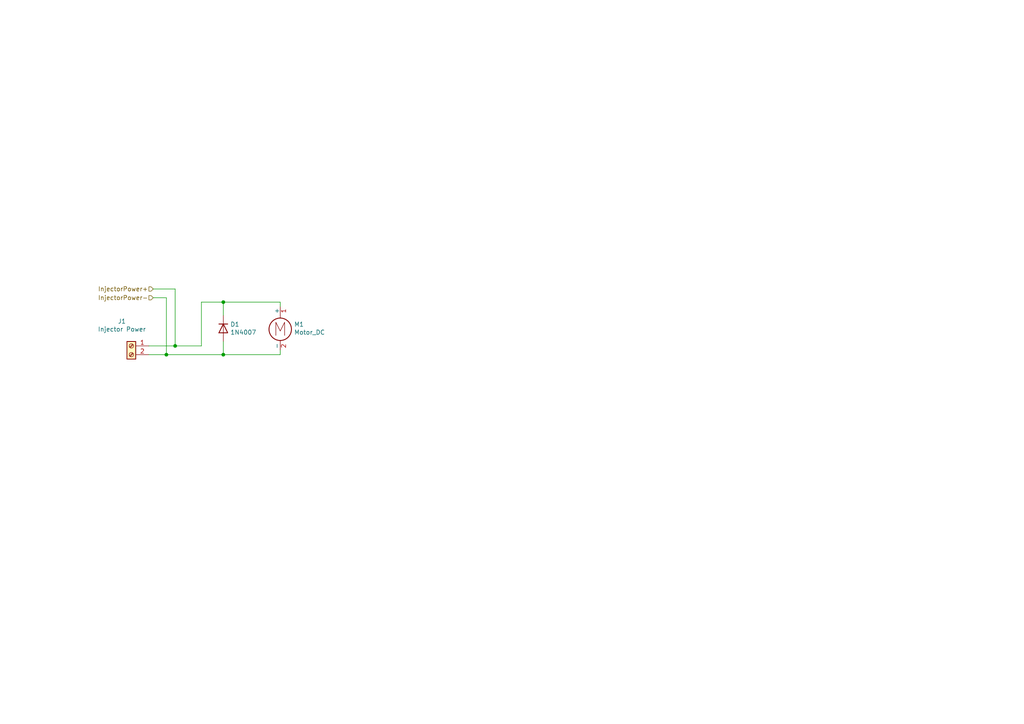
<source format=kicad_sch>
(kicad_sch (version 20211123) (generator eeschema)
  (paper "A4")
  (title_block (title "PropellantInjector") (date "2020-10-24") (rev "1"))
  (lib_symbols
    (symbol "Connector:Screw_Terminal_01x02" (pin_names (offset 1.016) hide)
      (property "Reference" "J" (at 0 2.54 0))
      (property "Value" "Screw_Terminal_01x02" (at 0 -5.08 0))
      (symbol "Screw_Terminal_01x02_1_1"
        (rectangle (start -1.27 1.27) (end 1.27 -3.81) (stroke (width 0.254)) (fill (type background)))
        (circle (center 0 -2.54) (radius 0.635) (stroke (width 0.1524)))
        (polyline (pts (xy -0.5334 -2.2098) (xy 0.3302 -3.048)) (stroke (width 0.1524)))
        (polyline (pts (xy -0.5334 0.3302) (xy 0.3302 -0.508)) (stroke (width 0.1524)))
        (polyline (pts (xy -0.3556 -2.032) (xy 0.508 -2.8702)) (stroke (width 0.1524)))
        (polyline (pts (xy -0.3556 0.508) (xy 0.508 -0.3302)) (stroke (width 0.1524)))
        (circle (center 0 0) (radius 0.635) (stroke (width 0.1524)))
        (pin passive line (at -5.08 0 0) (length 3.81) (name "Pin_1") (number "1"))
        (pin passive line (at -5.08 -2.54 0) (length 3.81) (name "Pin_2") (number "2"))
      )
    )
    (symbol "Diode:1N4007" (pin_numbers hide) (pin_names (offset 1.016) hide)
      (property "Reference" "D" (at 0 2.54 0))
      (property "Value" "1N4007" (at 0 -2.54 0))
      (symbol "1N4007_0_1"
        (polyline (pts (xy -1.27 1.27) (xy -1.27 -1.27)) (stroke (width 0.254)))
        (polyline (pts (xy 1.27 0) (xy -1.27 0)))
        (polyline (pts (xy 1.27 1.27) (xy 1.27 -1.27) (xy -1.27 0) (xy 1.27 1.27)) (stroke (width 0.254)))
      )
      (symbol "1N4007_1_1"
        (pin passive line (at -3.81 0 0) (length 2.54) (name "K") (number "1"))
        (pin passive line (at 3.81 0 180) (length 2.54) (name "A") (number "2"))
      )
    )
    (symbol "Motor:Motor_DC" (pin_names (offset 0))
      (property "Reference" "M" (at 2.54 2.54 0))
      (property "Value" "Motor_DC" (at 2.54 -5.08 0))
      (symbol "Motor_DC_0_0"
        (polyline (pts (xy -1.27 -3.302) (xy -1.27 0.508) (xy 0 -2.032) (xy 1.27 0.508) (xy 1.27 -3.302)))
      )
      (symbol "Motor_DC_0_1"
        (circle (center 0 -1.524) (radius 3.2512) (stroke (width 0.254)))
        (polyline (pts (xy 0 -7.62) (xy 0 -7.112)))
        (polyline (pts (xy 0 -4.7752) (xy 0 -5.1816)))
        (polyline (pts (xy 0 1.7272) (xy 0 2.0828)))
        (polyline (pts (xy 0 2.032) (xy 0 2.54)))
      )
      (symbol "Motor_DC_1_1"
        (pin passive line (at 0 5.08 270) (length 2.54) (name "+") (number "1"))
        (pin passive line (at 0 -7.62 90) (length 2.54) (name "-") (number "2"))
      )
    )
  )
  (junction (at 48.26 102.87))
  (junction (at 50.8 100.33))
  (junction (at 64.77 102.87))
  (junction (at 64.77 87.63))
  (wire (pts (xy 64.77 87.63) (xy 64.77 91.44)))
  (wire (pts (xy 50.8 83.82) (xy 50.8 100.33)))
  (wire (pts (xy 50.8 100.33) (xy 58.42 100.33)))
  (wire (pts (xy 64.77 87.63) (xy 58.42 87.63)))
  (wire (pts (xy 64.77 102.87) (xy 81.28 102.87)))
  (wire (pts (xy 48.26 102.87) (xy 64.77 102.87)))
  (wire (pts (xy 81.28 101.6) (xy 81.28 102.87)))
  (wire (pts (xy 48.26 86.36) (xy 48.26 102.87)))
  (wire (pts (xy 81.28 87.63) (xy 81.28 88.9)))
  (wire (pts (xy 44.45 86.36) (xy 48.26 86.36)))
  (wire (pts (xy 64.77 87.63) (xy 81.28 87.63)))
  (wire (pts (xy 43.18 100.33) (xy 50.8 100.33)))
  (wire (pts (xy 64.77 99.06) (xy 64.77 102.87)))
  (wire (pts (xy 43.18 102.87) (xy 48.26 102.87)))
  (wire (pts (xy 44.45 83.82) (xy 50.8 83.82)))
  (wire (pts (xy 58.42 87.63) (xy 58.42 100.33)))
  (hierarchical_label "InjectorPower+" (shape input) (at 44.45 83.82 180))
  (hierarchical_label "InjectorPower-" (shape input) (at 44.45 86.36 180))
  (symbol (lib_id "Connector:Screw_Terminal_01x02") (at 38.1 100.33 0) (mirror y) (unit 1)
    (property "Reference" "J1" (at 35.3568 93.1926 0))
    (property "Value" "Injector Power" (at 35.3568 95.504 0))
    (property "Footprint" "TerminalBlock:TerminalBlock_bornier-2_P5.08mm" (effects hide))
  )
  (symbol (lib_id "Motor:Motor_DC") (at 81.28 93.98 0) (unit 1)
    (property "Reference" "M1" (at 85.2932 94.0816 0) (effects (justify left)))
    (property "Value" "Motor_DC" (at 85.2932 96.393 0) (effects (justify left)))
    (property "Footprint" "Connector_Wire:SolderWirePad_1x02_P5.08mm_Drill1.5mm" (effects hide))
  )
  (symbol (lib_id "Diode:1N4007") (at 64.77 95.25 90) (mirror x) (unit 1)
    (property "Reference" "D1" (at 66.7766 94.0816 90) (effects (justify right)))
    (property "Value" "1N4007" (at 66.7766 96.393 90) (effects (justify right)))
    (property "Footprint" "Diode_THT:D_DO-41_SOD81_P10.16mm_Horizontal" (effects hide))
    (property "Datasheet" "http://www.vishay.com/docs/88503/1n4001.pdf" (effects hide))
  )
)
</source>
